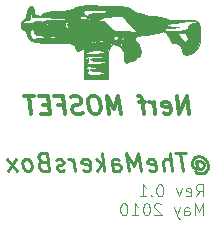
<source format=gbo>
G04 #@! TF.FileFunction,Legend,Bot*
%FSLAX46Y46*%
G04 Gerber Fmt 4.6, Leading zero omitted, Abs format (unit mm)*
G04 Created by KiCad (PCBNEW 4.0.7) date 05/25/19 09:40:29*
%MOMM*%
%LPD*%
G01*
G04 APERTURE LIST*
%ADD10C,0.100000*%
%ADD11C,0.250000*%
%ADD12C,0.375000*%
%ADD13C,0.010000*%
G04 APERTURE END LIST*
D10*
D11*
X56227822Y-85689286D02*
X56290321Y-85617857D01*
X56424250Y-85546429D01*
X56567108Y-85546429D01*
X56718893Y-85617857D01*
X56799250Y-85689286D01*
X56888536Y-85832143D01*
X56906393Y-85975000D01*
X56852821Y-86117857D01*
X56790322Y-86189286D01*
X56656393Y-86260714D01*
X56513535Y-86260714D01*
X56361750Y-86189286D01*
X56281393Y-86117857D01*
X56209965Y-85546429D02*
X56281393Y-86117857D01*
X56218893Y-86189286D01*
X56147465Y-86189286D01*
X55995678Y-86117857D01*
X55906393Y-85975000D01*
X55861750Y-85617857D01*
X55977821Y-85403571D01*
X56174250Y-85260714D01*
X56451036Y-85189286D01*
X56745678Y-85260714D01*
X56977821Y-85403571D01*
X57147464Y-85617857D01*
X57254607Y-85903571D01*
X57218893Y-86189286D01*
X57102821Y-86403571D01*
X56906393Y-86546429D01*
X56629607Y-86617857D01*
X56334965Y-86546429D01*
X56102821Y-86403571D01*
X55343893Y-84903571D02*
X54486750Y-84903571D01*
X55102821Y-86403571D02*
X54915321Y-84903571D01*
X54174250Y-86403571D02*
X53986750Y-84903571D01*
X53531393Y-86403571D02*
X53433179Y-85617857D01*
X53486751Y-85475000D01*
X53620679Y-85403571D01*
X53834964Y-85403571D01*
X53986751Y-85475000D01*
X54067108Y-85546429D01*
X52236751Y-86332143D02*
X52388536Y-86403571D01*
X52674250Y-86403571D01*
X52808179Y-86332143D01*
X52861751Y-86189286D01*
X52790322Y-85617857D01*
X52701036Y-85475000D01*
X52549250Y-85403571D01*
X52263536Y-85403571D01*
X52129608Y-85475000D01*
X52076036Y-85617857D01*
X52093893Y-85760714D01*
X52826036Y-85903571D01*
X51531393Y-86403571D02*
X51343893Y-84903571D01*
X50977822Y-85975000D01*
X50343893Y-84903571D01*
X50531393Y-86403571D01*
X49174250Y-86403571D02*
X49076036Y-85617857D01*
X49129608Y-85475000D01*
X49263536Y-85403571D01*
X49549250Y-85403571D01*
X49701036Y-85475000D01*
X49165322Y-86332143D02*
X49317107Y-86403571D01*
X49674250Y-86403571D01*
X49808179Y-86332143D01*
X49861751Y-86189286D01*
X49843894Y-86046429D01*
X49754607Y-85903571D01*
X49602822Y-85832143D01*
X49245679Y-85832143D01*
X49093893Y-85760714D01*
X48459964Y-86403571D02*
X48272464Y-84903571D01*
X48245679Y-85832143D02*
X47888536Y-86403571D01*
X47763536Y-85403571D02*
X48406393Y-85975000D01*
X46665322Y-86332143D02*
X46817107Y-86403571D01*
X47102821Y-86403571D01*
X47236750Y-86332143D01*
X47290322Y-86189286D01*
X47218893Y-85617857D01*
X47129607Y-85475000D01*
X46977821Y-85403571D01*
X46692107Y-85403571D01*
X46558179Y-85475000D01*
X46504607Y-85617857D01*
X46522464Y-85760714D01*
X47254607Y-85903571D01*
X45959964Y-86403571D02*
X45834964Y-85403571D01*
X45870679Y-85689286D02*
X45781394Y-85546429D01*
X45701036Y-85475000D01*
X45549250Y-85403571D01*
X45406393Y-85403571D01*
X45093894Y-86332143D02*
X44959965Y-86403571D01*
X44674250Y-86403571D01*
X44522465Y-86332143D01*
X44433180Y-86189286D01*
X44424251Y-86117857D01*
X44477822Y-85975000D01*
X44611750Y-85903571D01*
X44826036Y-85903571D01*
X44959965Y-85832143D01*
X45013537Y-85689286D01*
X45004608Y-85617857D01*
X44915322Y-85475000D01*
X44763536Y-85403571D01*
X44549250Y-85403571D01*
X44415322Y-85475000D01*
X43218893Y-85617857D02*
X43013536Y-85689286D01*
X42951036Y-85760714D01*
X42897464Y-85903571D01*
X42924250Y-86117857D01*
X43013536Y-86260714D01*
X43093893Y-86332143D01*
X43245679Y-86403571D01*
X43817107Y-86403571D01*
X43629607Y-84903571D01*
X43129607Y-84903571D01*
X42995679Y-84975000D01*
X42933179Y-85046429D01*
X42879608Y-85189286D01*
X42897465Y-85332143D01*
X42986750Y-85475000D01*
X43067108Y-85546429D01*
X43218893Y-85617857D01*
X43718893Y-85617857D01*
X42102821Y-86403571D02*
X42236751Y-86332143D01*
X42299250Y-86260714D01*
X42352822Y-86117857D01*
X42299251Y-85689286D01*
X42209965Y-85546429D01*
X42129608Y-85475000D01*
X41977821Y-85403571D01*
X41763536Y-85403571D01*
X41629608Y-85475000D01*
X41567108Y-85546429D01*
X41513536Y-85689286D01*
X41567107Y-86117857D01*
X41656393Y-86260714D01*
X41736751Y-86332143D01*
X41888536Y-86403571D01*
X42102821Y-86403571D01*
X41102821Y-86403571D02*
X40192107Y-85403571D01*
X40977821Y-85403571D02*
X40317107Y-86403571D01*
D12*
X55638535Y-81577571D02*
X55451035Y-80077571D01*
X54781392Y-81577571D01*
X54593892Y-80077571D01*
X53486750Y-81506143D02*
X53638535Y-81577571D01*
X53924249Y-81577571D01*
X54058178Y-81506143D01*
X54111750Y-81363286D01*
X54040321Y-80791857D01*
X53951035Y-80649000D01*
X53799249Y-80577571D01*
X53513535Y-80577571D01*
X53379607Y-80649000D01*
X53326035Y-80791857D01*
X53343892Y-80934714D01*
X54076035Y-81077571D01*
X52781392Y-81577571D02*
X52656392Y-80577571D01*
X52692107Y-80863286D02*
X52602822Y-80720429D01*
X52522464Y-80649000D01*
X52370678Y-80577571D01*
X52227821Y-80577571D01*
X51942107Y-80577571D02*
X51370678Y-80577571D01*
X51852821Y-81577571D02*
X51692107Y-80291857D01*
X51602822Y-80149000D01*
X51451035Y-80077571D01*
X51308178Y-80077571D01*
X49852821Y-81577571D02*
X49665321Y-80077571D01*
X49299250Y-81149000D01*
X48665321Y-80077571D01*
X48852821Y-81577571D01*
X47665321Y-80077571D02*
X47379607Y-80077571D01*
X47245678Y-80149000D01*
X47120678Y-80291857D01*
X47084964Y-80577571D01*
X47147464Y-81077571D01*
X47254607Y-81363286D01*
X47415321Y-81506143D01*
X47567107Y-81577571D01*
X47852821Y-81577571D01*
X47986750Y-81506143D01*
X48111750Y-81363286D01*
X48147464Y-81077571D01*
X48084964Y-80577571D01*
X47977821Y-80291857D01*
X47817107Y-80149000D01*
X47665321Y-80077571D01*
X46629607Y-81506143D02*
X46424249Y-81577571D01*
X46067106Y-81577571D01*
X45915321Y-81506143D01*
X45834963Y-81434714D01*
X45745678Y-81291857D01*
X45727821Y-81149000D01*
X45781392Y-81006143D01*
X45843892Y-80934714D01*
X45977821Y-80863286D01*
X46254606Y-80791857D01*
X46388536Y-80720429D01*
X46451035Y-80649000D01*
X46504607Y-80506143D01*
X46486750Y-80363286D01*
X46397464Y-80220429D01*
X46317107Y-80149000D01*
X46165320Y-80077571D01*
X45808178Y-80077571D01*
X45602821Y-80149000D01*
X44540321Y-80791857D02*
X45040321Y-80791857D01*
X45138535Y-81577571D02*
X44951035Y-80077571D01*
X44236749Y-80077571D01*
X43754607Y-80791857D02*
X43254607Y-80791857D01*
X43138535Y-81577571D02*
X43852821Y-81577571D01*
X43665321Y-80077571D01*
X42951035Y-80077571D01*
X42522464Y-80077571D02*
X41665321Y-80077571D01*
X42281392Y-81577571D02*
X42093892Y-80077571D01*
D10*
X56213476Y-88552381D02*
X56546810Y-88076190D01*
X56784905Y-88552381D02*
X56784905Y-87552381D01*
X56403952Y-87552381D01*
X56308714Y-87600000D01*
X56261095Y-87647619D01*
X56213476Y-87742857D01*
X56213476Y-87885714D01*
X56261095Y-87980952D01*
X56308714Y-88028571D01*
X56403952Y-88076190D01*
X56784905Y-88076190D01*
X55403952Y-88504762D02*
X55499190Y-88552381D01*
X55689667Y-88552381D01*
X55784905Y-88504762D01*
X55832524Y-88409524D01*
X55832524Y-88028571D01*
X55784905Y-87933333D01*
X55689667Y-87885714D01*
X55499190Y-87885714D01*
X55403952Y-87933333D01*
X55356333Y-88028571D01*
X55356333Y-88123810D01*
X55832524Y-88219048D01*
X55023000Y-87885714D02*
X54784905Y-88552381D01*
X54546809Y-87885714D01*
X53213476Y-87552381D02*
X53118237Y-87552381D01*
X53022999Y-87600000D01*
X52975380Y-87647619D01*
X52927761Y-87742857D01*
X52880142Y-87933333D01*
X52880142Y-88171429D01*
X52927761Y-88361905D01*
X52975380Y-88457143D01*
X53022999Y-88504762D01*
X53118237Y-88552381D01*
X53213476Y-88552381D01*
X53308714Y-88504762D01*
X53356333Y-88457143D01*
X53403952Y-88361905D01*
X53451571Y-88171429D01*
X53451571Y-87933333D01*
X53403952Y-87742857D01*
X53356333Y-87647619D01*
X53308714Y-87600000D01*
X53213476Y-87552381D01*
X52451571Y-88457143D02*
X52403952Y-88504762D01*
X52451571Y-88552381D01*
X52499190Y-88504762D01*
X52451571Y-88457143D01*
X52451571Y-88552381D01*
X51451571Y-88552381D02*
X52023000Y-88552381D01*
X51737286Y-88552381D02*
X51737286Y-87552381D01*
X51832524Y-87695238D01*
X51927762Y-87790476D01*
X52023000Y-87838095D01*
X56784905Y-90152381D02*
X56784905Y-89152381D01*
X56451571Y-89866667D01*
X56118238Y-89152381D01*
X56118238Y-90152381D01*
X55213476Y-90152381D02*
X55213476Y-89628571D01*
X55261095Y-89533333D01*
X55356333Y-89485714D01*
X55546810Y-89485714D01*
X55642048Y-89533333D01*
X55213476Y-90104762D02*
X55308714Y-90152381D01*
X55546810Y-90152381D01*
X55642048Y-90104762D01*
X55689667Y-90009524D01*
X55689667Y-89914286D01*
X55642048Y-89819048D01*
X55546810Y-89771429D01*
X55308714Y-89771429D01*
X55213476Y-89723810D01*
X54832524Y-89485714D02*
X54594429Y-90152381D01*
X54356333Y-89485714D02*
X54594429Y-90152381D01*
X54689667Y-90390476D01*
X54737286Y-90438095D01*
X54832524Y-90485714D01*
X53261095Y-89247619D02*
X53213476Y-89200000D01*
X53118238Y-89152381D01*
X52880142Y-89152381D01*
X52784904Y-89200000D01*
X52737285Y-89247619D01*
X52689666Y-89342857D01*
X52689666Y-89438095D01*
X52737285Y-89580952D01*
X53308714Y-90152381D01*
X52689666Y-90152381D01*
X52070619Y-89152381D02*
X51975380Y-89152381D01*
X51880142Y-89200000D01*
X51832523Y-89247619D01*
X51784904Y-89342857D01*
X51737285Y-89533333D01*
X51737285Y-89771429D01*
X51784904Y-89961905D01*
X51832523Y-90057143D01*
X51880142Y-90104762D01*
X51975380Y-90152381D01*
X52070619Y-90152381D01*
X52165857Y-90104762D01*
X52213476Y-90057143D01*
X52261095Y-89961905D01*
X52308714Y-89771429D01*
X52308714Y-89533333D01*
X52261095Y-89342857D01*
X52213476Y-89247619D01*
X52165857Y-89200000D01*
X52070619Y-89152381D01*
X50784904Y-90152381D02*
X51356333Y-90152381D01*
X51070619Y-90152381D02*
X51070619Y-89152381D01*
X51165857Y-89295238D01*
X51261095Y-89390476D01*
X51356333Y-89438095D01*
X50165857Y-89152381D02*
X50070618Y-89152381D01*
X49975380Y-89200000D01*
X49927761Y-89247619D01*
X49880142Y-89342857D01*
X49832523Y-89533333D01*
X49832523Y-89771429D01*
X49880142Y-89961905D01*
X49927761Y-90057143D01*
X49975380Y-90104762D01*
X50070618Y-90152381D01*
X50165857Y-90152381D01*
X50261095Y-90104762D01*
X50308714Y-90057143D01*
X50356333Y-89961905D01*
X50403952Y-89771429D01*
X50403952Y-89533333D01*
X50356333Y-89342857D01*
X50308714Y-89247619D01*
X50261095Y-89200000D01*
X50165857Y-89152381D01*
D13*
G36*
X46549308Y-72405901D02*
X46282516Y-72438255D01*
X46107698Y-72492524D01*
X45984392Y-72571884D01*
X45960461Y-72592753D01*
X45753390Y-72719738D01*
X45438287Y-72794839D01*
X44954298Y-72829882D01*
X44713173Y-72835159D01*
X44064018Y-72869544D01*
X43618672Y-72957570D01*
X43390517Y-73063705D01*
X42980643Y-73264573D01*
X42698778Y-73246461D01*
X42545398Y-73009477D01*
X42521297Y-72866250D01*
X42451590Y-72567303D01*
X42293777Y-72458207D01*
X42227500Y-72453500D01*
X42058412Y-72501368D01*
X41970651Y-72687541D01*
X41935087Y-72980180D01*
X41873586Y-73351365D01*
X41739928Y-73534320D01*
X41649337Y-73571540D01*
X41459342Y-73731249D01*
X41387528Y-74008972D01*
X41433955Y-74298003D01*
X41598681Y-74491635D01*
X41648813Y-74510322D01*
X41863541Y-74685962D01*
X41934563Y-74908239D01*
X42034241Y-75189160D01*
X42276772Y-75384066D01*
X42692174Y-75503832D01*
X43310467Y-75559332D01*
X43751500Y-75566400D01*
X44541785Y-75568868D01*
X45114096Y-75581679D01*
X45504408Y-75610001D01*
X45748694Y-75659003D01*
X45882929Y-75733854D01*
X45943086Y-75839723D01*
X45952877Y-75882700D01*
X46067293Y-76200694D01*
X46253180Y-76275357D01*
X46479000Y-76139215D01*
X46592655Y-76044104D01*
X46666616Y-76030341D01*
X46709408Y-76135111D01*
X46729561Y-76395599D01*
X46735602Y-76848988D01*
X46736000Y-77259816D01*
X46736000Y-78613000D01*
X48768000Y-78613000D01*
X48768000Y-77681300D01*
X48704500Y-77681300D01*
X47974250Y-77702650D01*
X47511934Y-77743747D01*
X47284515Y-77816615D01*
X47294860Y-77896381D01*
X47545838Y-77958176D01*
X47942500Y-77978000D01*
X48397096Y-78004195D01*
X48607359Y-78067955D01*
X48575817Y-78147042D01*
X48304995Y-78219220D01*
X47910750Y-78257412D01*
X47357897Y-78273077D01*
X47035042Y-78246708D01*
X46920981Y-78173862D01*
X46981464Y-78062736D01*
X47099223Y-77887262D01*
X47097701Y-77770591D01*
X46990000Y-77787500D01*
X46872634Y-77785197D01*
X46863000Y-77745082D01*
X46924573Y-77626162D01*
X47134151Y-77570075D01*
X47529021Y-77572018D01*
X47942500Y-77606008D01*
X48704500Y-77681300D01*
X48768000Y-77681300D01*
X48768000Y-77325250D01*
X48769798Y-77168440D01*
X48605368Y-77168440D01*
X48589097Y-77240930D01*
X48354538Y-77311435D01*
X47911826Y-77362080D01*
X47783750Y-77368947D01*
X47234545Y-77381810D01*
X46917687Y-77362986D01*
X46840295Y-77313489D01*
X46958250Y-77251529D01*
X47102085Y-77091828D01*
X47117000Y-77007421D01*
X47052642Y-76884331D01*
X46990000Y-76898500D01*
X46872634Y-76896197D01*
X46863000Y-76856082D01*
X46931948Y-76731844D01*
X47161865Y-76677701D01*
X47587365Y-76688914D01*
X47879000Y-76716968D01*
X48577500Y-76793598D01*
X47910750Y-76814299D01*
X47468991Y-76856962D01*
X47271174Y-76932126D01*
X47314219Y-77013157D01*
X47595050Y-77073421D01*
X47942500Y-77089000D01*
X48393214Y-77111839D01*
X48605368Y-77168440D01*
X48769798Y-77168440D01*
X48774988Y-76715930D01*
X48800332Y-76321109D01*
X48573860Y-76321109D01*
X48498814Y-76389922D01*
X48213954Y-76446150D01*
X47787605Y-76479859D01*
X47266217Y-76496947D01*
X46968381Y-76488062D01*
X46864446Y-76447310D01*
X46924758Y-76368797D01*
X46993678Y-76322039D01*
X47229322Y-76249708D01*
X47593487Y-76211526D01*
X47996056Y-76207546D01*
X48346909Y-76237821D01*
X48555929Y-76302405D01*
X48573860Y-76321109D01*
X48800332Y-76321109D01*
X48801078Y-76309495D01*
X48853960Y-76055086D01*
X48941324Y-75901844D01*
X48990250Y-75855332D01*
X49102711Y-75746490D01*
X49053750Y-75753577D01*
X48913125Y-75751231D01*
X48895000Y-75697075D01*
X48990614Y-75613447D01*
X49227290Y-75640604D01*
X49529778Y-75756191D01*
X49822829Y-75937857D01*
X49886488Y-75991604D01*
X50112538Y-76313592D01*
X50143924Y-76670522D01*
X50160946Y-76991697D01*
X50248694Y-77223229D01*
X50372593Y-77307110D01*
X50475661Y-77227065D01*
X50661783Y-77109681D01*
X50800000Y-77089000D01*
X51046679Y-77019074D01*
X51129628Y-76942377D01*
X51145741Y-76856620D01*
X51054001Y-76898499D01*
X50947592Y-76931876D01*
X50979653Y-76852550D01*
X51139537Y-76765140D01*
X51203975Y-76785699D01*
X51379181Y-76798468D01*
X51494889Y-76631944D01*
X51520538Y-76490403D01*
X51033529Y-76490403D01*
X51002628Y-76561377D01*
X50874752Y-76697717D01*
X50801237Y-76669749D01*
X50800000Y-76651995D01*
X50890206Y-76544576D01*
X50946623Y-76505372D01*
X51033529Y-76490403D01*
X51520538Y-76490403D01*
X51545049Y-76355147D01*
X51523611Y-76037096D01*
X51424524Y-75746813D01*
X51381305Y-75692000D01*
X49974500Y-75692000D01*
X49964431Y-75809028D01*
X49918496Y-75819000D01*
X49789169Y-75726809D01*
X49784000Y-75692000D01*
X49827331Y-75568301D01*
X49840005Y-75565000D01*
X49948434Y-75653993D01*
X49974500Y-75692000D01*
X51381305Y-75692000D01*
X51308000Y-75599032D01*
X51068928Y-75341175D01*
X51068855Y-75340555D01*
X48472982Y-75340555D01*
X48413754Y-75418778D01*
X48196004Y-75505800D01*
X48007440Y-75513086D01*
X47997308Y-75501500D01*
X47752000Y-75501500D01*
X47688500Y-75565000D01*
X47625000Y-75501500D01*
X47498000Y-75501500D01*
X47434500Y-75565000D01*
X47371000Y-75501500D01*
X47434500Y-75438000D01*
X47498000Y-75501500D01*
X47625000Y-75501500D01*
X47688500Y-75438000D01*
X47752000Y-75501500D01*
X47997308Y-75501500D01*
X47944437Y-75441044D01*
X47955582Y-75416833D01*
X48120855Y-75332677D01*
X48299246Y-75312944D01*
X48472982Y-75340555D01*
X51068855Y-75340555D01*
X51046242Y-75149711D01*
X51131134Y-75093403D01*
X50144529Y-75093403D01*
X50113628Y-75164377D01*
X49985752Y-75300717D01*
X49912237Y-75272749D01*
X49911000Y-75254995D01*
X50001206Y-75147576D01*
X50057623Y-75108372D01*
X50144529Y-75093403D01*
X51131134Y-75093403D01*
X51163628Y-75071850D01*
X49639927Y-75071850D01*
X49598723Y-75175550D01*
X49414125Y-75305320D01*
X49386724Y-75290658D01*
X44673171Y-75290658D01*
X44618419Y-75242198D01*
X44447625Y-75177223D01*
X44096008Y-75129911D01*
X43636613Y-75109711D01*
X43592750Y-75109546D01*
X43145932Y-75120633D01*
X42818670Y-75150213D01*
X42674087Y-75192206D01*
X42672000Y-75198207D01*
X42570203Y-75242730D01*
X42418000Y-75220798D01*
X42244131Y-75080425D01*
X42159024Y-74837444D01*
X42170471Y-74589875D01*
X42286265Y-74435740D01*
X42354500Y-74422000D01*
X42509917Y-74527386D01*
X42545000Y-74670863D01*
X42569353Y-74795032D01*
X42675861Y-74873232D01*
X42914700Y-74919283D01*
X43336045Y-74947005D01*
X43582528Y-74956613D01*
X44130936Y-74987888D01*
X44467935Y-75040086D01*
X44635832Y-75122039D01*
X44671697Y-75184000D01*
X44673171Y-75290658D01*
X49386724Y-75290658D01*
X49226593Y-75204976D01*
X49211946Y-75183103D01*
X49240251Y-75038642D01*
X49336928Y-74976913D01*
X49567134Y-74951833D01*
X49639927Y-75071850D01*
X51163628Y-75071850D01*
X51250111Y-75014488D01*
X51353855Y-74993500D01*
X49911000Y-74993500D01*
X49847500Y-75057000D01*
X49784000Y-74993500D01*
X49847500Y-74930000D01*
X49911000Y-74993500D01*
X51353855Y-74993500D01*
X51690701Y-74925355D01*
X52014133Y-74894047D01*
X52498753Y-74842428D01*
X52892113Y-74773170D01*
X53118211Y-74700109D01*
X53131991Y-74690531D01*
X53340641Y-74614171D01*
X51244500Y-74614171D01*
X50236416Y-74600308D01*
X49729937Y-74588654D01*
X49404788Y-74554383D01*
X49188307Y-74472899D01*
X49007831Y-74319603D01*
X48959667Y-74264636D01*
X46680918Y-74264636D01*
X46556084Y-74284973D01*
X46534089Y-74281855D01*
X45463368Y-74281855D01*
X45375325Y-74284843D01*
X45339000Y-74273378D01*
X45151922Y-74108348D01*
X42893154Y-74108348D01*
X42867723Y-74159550D01*
X42746624Y-74290850D01*
X42724347Y-74198255D01*
X42755176Y-74099022D01*
X42848676Y-73960713D01*
X42890907Y-73963573D01*
X42893154Y-74108348D01*
X45151922Y-74108348D01*
X45149610Y-74106309D01*
X45107438Y-73998725D01*
X45113818Y-73977500D01*
X44577000Y-73977500D01*
X44513500Y-74041000D01*
X44450000Y-73977500D01*
X43688000Y-73977500D01*
X43624500Y-74041000D01*
X43561000Y-73977500D01*
X43624500Y-73914000D01*
X43688000Y-73977500D01*
X44450000Y-73977500D01*
X44513500Y-73914000D01*
X44577000Y-73977500D01*
X45113818Y-73977500D01*
X45159823Y-73824471D01*
X45297938Y-73797026D01*
X45426096Y-73828424D01*
X45365450Y-73872876D01*
X45264936Y-73962191D01*
X45357852Y-74128241D01*
X45365450Y-74137503D01*
X45463368Y-74281855D01*
X46534089Y-74281855D01*
X46391363Y-74261623D01*
X46391165Y-74257244D01*
X46148705Y-74257244D01*
X45974000Y-74274947D01*
X45793707Y-74254989D01*
X45815250Y-74210890D01*
X46075264Y-74194116D01*
X46132750Y-74210890D01*
X46148705Y-74257244D01*
X46391165Y-74257244D01*
X46389396Y-74218270D01*
X46559372Y-74187953D01*
X46632813Y-74208244D01*
X46680918Y-74264636D01*
X48959667Y-74264636D01*
X48839416Y-74127400D01*
X48632977Y-73897511D01*
X48614323Y-73883636D01*
X46680918Y-73883636D01*
X46556084Y-73903973D01*
X46391363Y-73880623D01*
X46391165Y-73876244D01*
X46148705Y-73876244D01*
X45974000Y-73893947D01*
X45793707Y-73873989D01*
X45815250Y-73829890D01*
X46075264Y-73813116D01*
X46132750Y-73829890D01*
X46148705Y-73876244D01*
X46391165Y-73876244D01*
X46389396Y-73837270D01*
X46559372Y-73806953D01*
X46632813Y-73827244D01*
X46680918Y-73883636D01*
X48614323Y-73883636D01*
X48445996Y-73758433D01*
X48205248Y-73684180D01*
X47837503Y-73648765D01*
X47444693Y-73632427D01*
X46846347Y-73590487D01*
X46822502Y-73585526D01*
X45687860Y-73585526D01*
X45611274Y-73620998D01*
X45330029Y-73641748D01*
X44893157Y-73645540D01*
X44543815Y-73637682D01*
X44018540Y-73630673D01*
X43604026Y-73645072D01*
X43354614Y-73677855D01*
X43306716Y-73706555D01*
X43201570Y-73768985D01*
X42997711Y-73757486D01*
X42692298Y-73750236D01*
X42522114Y-73801144D01*
X42298902Y-73867964D01*
X41993879Y-73886867D01*
X41707637Y-73861372D01*
X41540766Y-73794995D01*
X41529000Y-73766422D01*
X41637801Y-73686387D01*
X41846500Y-73660000D01*
X42039674Y-73636285D01*
X42137336Y-73520924D01*
X42176744Y-73247586D01*
X42185350Y-73056750D01*
X42199593Y-72715221D01*
X42214130Y-72615449D01*
X42236199Y-72745284D01*
X42256924Y-72936591D01*
X42307149Y-73419682D01*
X42965825Y-73415143D01*
X43652890Y-73419287D01*
X44313477Y-73439032D01*
X44897070Y-73471215D01*
X45353149Y-73512674D01*
X45631196Y-73560247D01*
X45687860Y-73585526D01*
X46822502Y-73585526D01*
X46491187Y-73516598D01*
X46386359Y-73437750D01*
X46438663Y-73320043D01*
X46623682Y-73280079D01*
X46830320Y-73324388D01*
X46926500Y-73406000D01*
X47087561Y-73476310D01*
X47418746Y-73522430D01*
X47703491Y-73533000D01*
X48073570Y-73517607D01*
X48302799Y-73477837D01*
X48343421Y-73437750D01*
X48428410Y-73389170D01*
X48707414Y-73352688D01*
X48960546Y-73342500D01*
X48006000Y-73342500D01*
X47942500Y-73406000D01*
X47879000Y-73342500D01*
X47752000Y-73342500D01*
X47688500Y-73406000D01*
X47625000Y-73342500D01*
X47688500Y-73279000D01*
X47752000Y-73342500D01*
X47879000Y-73342500D01*
X47942500Y-73279000D01*
X48006000Y-73342500D01*
X48960546Y-73342500D01*
X49120481Y-73336063D01*
X49129676Y-73335986D01*
X49974500Y-73329473D01*
X51244500Y-74614171D01*
X53340641Y-74614171D01*
X53416738Y-74586322D01*
X53705613Y-74710589D01*
X53968097Y-75040179D01*
X54146216Y-75459891D01*
X54303296Y-75615679D01*
X54452353Y-75609812D01*
X54724844Y-75652586D01*
X54946061Y-75877793D01*
X55049209Y-76214339D01*
X55050399Y-76246327D01*
X55148572Y-76482120D01*
X55391151Y-76574189D01*
X55714216Y-76524121D01*
X56053844Y-76333500D01*
X56179956Y-76218312D01*
X56363628Y-76003452D01*
X56473383Y-75783681D01*
X56530036Y-75483616D01*
X56542834Y-75244238D01*
X55522025Y-75244238D01*
X55477511Y-75351153D01*
X55381430Y-75497908D01*
X55280264Y-75499098D01*
X55113640Y-75333246D01*
X55042323Y-75247500D01*
X54483000Y-75247500D01*
X54419500Y-75311000D01*
X54356000Y-75247500D01*
X54419500Y-75184000D01*
X54483000Y-75247500D01*
X55042323Y-75247500D01*
X54981905Y-75174859D01*
X54711721Y-74845333D01*
X54186667Y-74845333D01*
X54169234Y-74920834D01*
X54102000Y-74930000D01*
X53997465Y-74883532D01*
X54017334Y-74845333D01*
X54168053Y-74830133D01*
X54186667Y-74845333D01*
X54711721Y-74845333D01*
X54624946Y-74739500D01*
X54960460Y-74696854D01*
X55304439Y-74744454D01*
X55507835Y-74947425D01*
X55522025Y-75244238D01*
X56542834Y-75244238D01*
X56554403Y-75027877D01*
X56558577Y-74847206D01*
X56558635Y-74288758D01*
X56504502Y-73919170D01*
X56401175Y-73770768D01*
X56261000Y-73770768D01*
X56152423Y-73878397D01*
X55943500Y-73914000D01*
X55691671Y-73977767D01*
X55626000Y-74097004D01*
X55529721Y-74324772D01*
X55467250Y-74378302D01*
X55209454Y-74474785D01*
X54840201Y-74540028D01*
X54424152Y-74573028D01*
X54025971Y-74572780D01*
X53710319Y-74538283D01*
X53541859Y-74468532D01*
X53539014Y-74408224D01*
X53697292Y-74336743D01*
X54018294Y-74285130D01*
X54204746Y-74272812D01*
X54800500Y-74250624D01*
X54260750Y-74202009D01*
X53878897Y-74144020D01*
X53742343Y-74068681D01*
X53843975Y-73986975D01*
X54176676Y-73909884D01*
X54474941Y-73871381D01*
X54995103Y-73811921D01*
X55503569Y-73745744D01*
X55744941Y-73710057D01*
X56116026Y-73681752D01*
X56258887Y-73753066D01*
X56261000Y-73770768D01*
X56401175Y-73770768D01*
X56354558Y-73703816D01*
X56067182Y-73608069D01*
X55600756Y-73597304D01*
X55089964Y-73625361D01*
X54441808Y-73650127D01*
X54019304Y-73623835D01*
X53799070Y-73545091D01*
X53586164Y-73459022D01*
X53201539Y-73377789D01*
X52727174Y-73318569D01*
X52711838Y-73317264D01*
X52257829Y-73265801D01*
X51912023Y-73201540D01*
X51744412Y-73137747D01*
X51740904Y-73133236D01*
X51650568Y-73088500D01*
X50800000Y-73088500D01*
X50736500Y-73152000D01*
X50673000Y-73088500D01*
X50736500Y-73025000D01*
X50800000Y-73088500D01*
X51650568Y-73088500D01*
X51576765Y-73051952D01*
X51340441Y-73024999D01*
X51015981Y-72940333D01*
X50376667Y-72940333D01*
X50359234Y-73015834D01*
X50292000Y-73025000D01*
X50187465Y-72978532D01*
X50207334Y-72940333D01*
X50358053Y-72925133D01*
X50376667Y-72940333D01*
X51015981Y-72940333D01*
X51011068Y-72939051D01*
X50947728Y-72898000D01*
X48704500Y-72898000D01*
X48637158Y-72972389D01*
X48343834Y-73015756D01*
X48020991Y-73025000D01*
X47602918Y-73044652D01*
X47294998Y-73095634D01*
X47180500Y-73152000D01*
X47003854Y-73272509D01*
X46868277Y-73194333D01*
X45296667Y-73194333D01*
X45279234Y-73269834D01*
X45212000Y-73279000D01*
X45107465Y-73232532D01*
X45116324Y-73215500D01*
X44831000Y-73215500D01*
X44767500Y-73279000D01*
X44704000Y-73215500D01*
X44323000Y-73215500D01*
X44259500Y-73279000D01*
X44196000Y-73215500D01*
X44069000Y-73215500D01*
X44005500Y-73279000D01*
X43942000Y-73215500D01*
X44005500Y-73152000D01*
X44069000Y-73215500D01*
X44196000Y-73215500D01*
X44259500Y-73152000D01*
X44323000Y-73215500D01*
X44704000Y-73215500D01*
X44767500Y-73152000D01*
X44831000Y-73215500D01*
X45116324Y-73215500D01*
X45127334Y-73194333D01*
X45278053Y-73179133D01*
X45296667Y-73194333D01*
X46868277Y-73194333D01*
X46786741Y-73147318D01*
X46752653Y-73108564D01*
X46672089Y-72923378D01*
X46694769Y-72854564D01*
X46868409Y-72803584D01*
X47209642Y-72776695D01*
X47639721Y-72772194D01*
X48079896Y-72788380D01*
X48451418Y-72823550D01*
X48675537Y-72876004D01*
X48704500Y-72898000D01*
X50947728Y-72898000D01*
X50702779Y-72739250D01*
X50695554Y-72733244D01*
X50339705Y-72733244D01*
X50165000Y-72750947D01*
X49984707Y-72730989D01*
X50006250Y-72686890D01*
X50266264Y-72670116D01*
X50323750Y-72686890D01*
X50339705Y-72733244D01*
X50695554Y-72733244D01*
X50574702Y-72632792D01*
X50424075Y-72555232D01*
X50209181Y-72500812D01*
X49888302Y-72463776D01*
X49419720Y-72438368D01*
X48761715Y-72418830D01*
X48306180Y-72408549D01*
X47520675Y-72394226D01*
X46948540Y-72392284D01*
X46549308Y-72405901D01*
X46549308Y-72405901D01*
G37*
X46549308Y-72405901D02*
X46282516Y-72438255D01*
X46107698Y-72492524D01*
X45984392Y-72571884D01*
X45960461Y-72592753D01*
X45753390Y-72719738D01*
X45438287Y-72794839D01*
X44954298Y-72829882D01*
X44713173Y-72835159D01*
X44064018Y-72869544D01*
X43618672Y-72957570D01*
X43390517Y-73063705D01*
X42980643Y-73264573D01*
X42698778Y-73246461D01*
X42545398Y-73009477D01*
X42521297Y-72866250D01*
X42451590Y-72567303D01*
X42293777Y-72458207D01*
X42227500Y-72453500D01*
X42058412Y-72501368D01*
X41970651Y-72687541D01*
X41935087Y-72980180D01*
X41873586Y-73351365D01*
X41739928Y-73534320D01*
X41649337Y-73571540D01*
X41459342Y-73731249D01*
X41387528Y-74008972D01*
X41433955Y-74298003D01*
X41598681Y-74491635D01*
X41648813Y-74510322D01*
X41863541Y-74685962D01*
X41934563Y-74908239D01*
X42034241Y-75189160D01*
X42276772Y-75384066D01*
X42692174Y-75503832D01*
X43310467Y-75559332D01*
X43751500Y-75566400D01*
X44541785Y-75568868D01*
X45114096Y-75581679D01*
X45504408Y-75610001D01*
X45748694Y-75659003D01*
X45882929Y-75733854D01*
X45943086Y-75839723D01*
X45952877Y-75882700D01*
X46067293Y-76200694D01*
X46253180Y-76275357D01*
X46479000Y-76139215D01*
X46592655Y-76044104D01*
X46666616Y-76030341D01*
X46709408Y-76135111D01*
X46729561Y-76395599D01*
X46735602Y-76848988D01*
X46736000Y-77259816D01*
X46736000Y-78613000D01*
X48768000Y-78613000D01*
X48768000Y-77681300D01*
X48704500Y-77681300D01*
X47974250Y-77702650D01*
X47511934Y-77743747D01*
X47284515Y-77816615D01*
X47294860Y-77896381D01*
X47545838Y-77958176D01*
X47942500Y-77978000D01*
X48397096Y-78004195D01*
X48607359Y-78067955D01*
X48575817Y-78147042D01*
X48304995Y-78219220D01*
X47910750Y-78257412D01*
X47357897Y-78273077D01*
X47035042Y-78246708D01*
X46920981Y-78173862D01*
X46981464Y-78062736D01*
X47099223Y-77887262D01*
X47097701Y-77770591D01*
X46990000Y-77787500D01*
X46872634Y-77785197D01*
X46863000Y-77745082D01*
X46924573Y-77626162D01*
X47134151Y-77570075D01*
X47529021Y-77572018D01*
X47942500Y-77606008D01*
X48704500Y-77681300D01*
X48768000Y-77681300D01*
X48768000Y-77325250D01*
X48769798Y-77168440D01*
X48605368Y-77168440D01*
X48589097Y-77240930D01*
X48354538Y-77311435D01*
X47911826Y-77362080D01*
X47783750Y-77368947D01*
X47234545Y-77381810D01*
X46917687Y-77362986D01*
X46840295Y-77313489D01*
X46958250Y-77251529D01*
X47102085Y-77091828D01*
X47117000Y-77007421D01*
X47052642Y-76884331D01*
X46990000Y-76898500D01*
X46872634Y-76896197D01*
X46863000Y-76856082D01*
X46931948Y-76731844D01*
X47161865Y-76677701D01*
X47587365Y-76688914D01*
X47879000Y-76716968D01*
X48577500Y-76793598D01*
X47910750Y-76814299D01*
X47468991Y-76856962D01*
X47271174Y-76932126D01*
X47314219Y-77013157D01*
X47595050Y-77073421D01*
X47942500Y-77089000D01*
X48393214Y-77111839D01*
X48605368Y-77168440D01*
X48769798Y-77168440D01*
X48774988Y-76715930D01*
X48800332Y-76321109D01*
X48573860Y-76321109D01*
X48498814Y-76389922D01*
X48213954Y-76446150D01*
X47787605Y-76479859D01*
X47266217Y-76496947D01*
X46968381Y-76488062D01*
X46864446Y-76447310D01*
X46924758Y-76368797D01*
X46993678Y-76322039D01*
X47229322Y-76249708D01*
X47593487Y-76211526D01*
X47996056Y-76207546D01*
X48346909Y-76237821D01*
X48555929Y-76302405D01*
X48573860Y-76321109D01*
X48800332Y-76321109D01*
X48801078Y-76309495D01*
X48853960Y-76055086D01*
X48941324Y-75901844D01*
X48990250Y-75855332D01*
X49102711Y-75746490D01*
X49053750Y-75753577D01*
X48913125Y-75751231D01*
X48895000Y-75697075D01*
X48990614Y-75613447D01*
X49227290Y-75640604D01*
X49529778Y-75756191D01*
X49822829Y-75937857D01*
X49886488Y-75991604D01*
X50112538Y-76313592D01*
X50143924Y-76670522D01*
X50160946Y-76991697D01*
X50248694Y-77223229D01*
X50372593Y-77307110D01*
X50475661Y-77227065D01*
X50661783Y-77109681D01*
X50800000Y-77089000D01*
X51046679Y-77019074D01*
X51129628Y-76942377D01*
X51145741Y-76856620D01*
X51054001Y-76898499D01*
X50947592Y-76931876D01*
X50979653Y-76852550D01*
X51139537Y-76765140D01*
X51203975Y-76785699D01*
X51379181Y-76798468D01*
X51494889Y-76631944D01*
X51520538Y-76490403D01*
X51033529Y-76490403D01*
X51002628Y-76561377D01*
X50874752Y-76697717D01*
X50801237Y-76669749D01*
X50800000Y-76651995D01*
X50890206Y-76544576D01*
X50946623Y-76505372D01*
X51033529Y-76490403D01*
X51520538Y-76490403D01*
X51545049Y-76355147D01*
X51523611Y-76037096D01*
X51424524Y-75746813D01*
X51381305Y-75692000D01*
X49974500Y-75692000D01*
X49964431Y-75809028D01*
X49918496Y-75819000D01*
X49789169Y-75726809D01*
X49784000Y-75692000D01*
X49827331Y-75568301D01*
X49840005Y-75565000D01*
X49948434Y-75653993D01*
X49974500Y-75692000D01*
X51381305Y-75692000D01*
X51308000Y-75599032D01*
X51068928Y-75341175D01*
X51068855Y-75340555D01*
X48472982Y-75340555D01*
X48413754Y-75418778D01*
X48196004Y-75505800D01*
X48007440Y-75513086D01*
X47997308Y-75501500D01*
X47752000Y-75501500D01*
X47688500Y-75565000D01*
X47625000Y-75501500D01*
X47498000Y-75501500D01*
X47434500Y-75565000D01*
X47371000Y-75501500D01*
X47434500Y-75438000D01*
X47498000Y-75501500D01*
X47625000Y-75501500D01*
X47688500Y-75438000D01*
X47752000Y-75501500D01*
X47997308Y-75501500D01*
X47944437Y-75441044D01*
X47955582Y-75416833D01*
X48120855Y-75332677D01*
X48299246Y-75312944D01*
X48472982Y-75340555D01*
X51068855Y-75340555D01*
X51046242Y-75149711D01*
X51131134Y-75093403D01*
X50144529Y-75093403D01*
X50113628Y-75164377D01*
X49985752Y-75300717D01*
X49912237Y-75272749D01*
X49911000Y-75254995D01*
X50001206Y-75147576D01*
X50057623Y-75108372D01*
X50144529Y-75093403D01*
X51131134Y-75093403D01*
X51163628Y-75071850D01*
X49639927Y-75071850D01*
X49598723Y-75175550D01*
X49414125Y-75305320D01*
X49386724Y-75290658D01*
X44673171Y-75290658D01*
X44618419Y-75242198D01*
X44447625Y-75177223D01*
X44096008Y-75129911D01*
X43636613Y-75109711D01*
X43592750Y-75109546D01*
X43145932Y-75120633D01*
X42818670Y-75150213D01*
X42674087Y-75192206D01*
X42672000Y-75198207D01*
X42570203Y-75242730D01*
X42418000Y-75220798D01*
X42244131Y-75080425D01*
X42159024Y-74837444D01*
X42170471Y-74589875D01*
X42286265Y-74435740D01*
X42354500Y-74422000D01*
X42509917Y-74527386D01*
X42545000Y-74670863D01*
X42569353Y-74795032D01*
X42675861Y-74873232D01*
X42914700Y-74919283D01*
X43336045Y-74947005D01*
X43582528Y-74956613D01*
X44130936Y-74987888D01*
X44467935Y-75040086D01*
X44635832Y-75122039D01*
X44671697Y-75184000D01*
X44673171Y-75290658D01*
X49386724Y-75290658D01*
X49226593Y-75204976D01*
X49211946Y-75183103D01*
X49240251Y-75038642D01*
X49336928Y-74976913D01*
X49567134Y-74951833D01*
X49639927Y-75071850D01*
X51163628Y-75071850D01*
X51250111Y-75014488D01*
X51353855Y-74993500D01*
X49911000Y-74993500D01*
X49847500Y-75057000D01*
X49784000Y-74993500D01*
X49847500Y-74930000D01*
X49911000Y-74993500D01*
X51353855Y-74993500D01*
X51690701Y-74925355D01*
X52014133Y-74894047D01*
X52498753Y-74842428D01*
X52892113Y-74773170D01*
X53118211Y-74700109D01*
X53131991Y-74690531D01*
X53340641Y-74614171D01*
X51244500Y-74614171D01*
X50236416Y-74600308D01*
X49729937Y-74588654D01*
X49404788Y-74554383D01*
X49188307Y-74472899D01*
X49007831Y-74319603D01*
X48959667Y-74264636D01*
X46680918Y-74264636D01*
X46556084Y-74284973D01*
X46534089Y-74281855D01*
X45463368Y-74281855D01*
X45375325Y-74284843D01*
X45339000Y-74273378D01*
X45151922Y-74108348D01*
X42893154Y-74108348D01*
X42867723Y-74159550D01*
X42746624Y-74290850D01*
X42724347Y-74198255D01*
X42755176Y-74099022D01*
X42848676Y-73960713D01*
X42890907Y-73963573D01*
X42893154Y-74108348D01*
X45151922Y-74108348D01*
X45149610Y-74106309D01*
X45107438Y-73998725D01*
X45113818Y-73977500D01*
X44577000Y-73977500D01*
X44513500Y-74041000D01*
X44450000Y-73977500D01*
X43688000Y-73977500D01*
X43624500Y-74041000D01*
X43561000Y-73977500D01*
X43624500Y-73914000D01*
X43688000Y-73977500D01*
X44450000Y-73977500D01*
X44513500Y-73914000D01*
X44577000Y-73977500D01*
X45113818Y-73977500D01*
X45159823Y-73824471D01*
X45297938Y-73797026D01*
X45426096Y-73828424D01*
X45365450Y-73872876D01*
X45264936Y-73962191D01*
X45357852Y-74128241D01*
X45365450Y-74137503D01*
X45463368Y-74281855D01*
X46534089Y-74281855D01*
X46391363Y-74261623D01*
X46391165Y-74257244D01*
X46148705Y-74257244D01*
X45974000Y-74274947D01*
X45793707Y-74254989D01*
X45815250Y-74210890D01*
X46075264Y-74194116D01*
X46132750Y-74210890D01*
X46148705Y-74257244D01*
X46391165Y-74257244D01*
X46389396Y-74218270D01*
X46559372Y-74187953D01*
X46632813Y-74208244D01*
X46680918Y-74264636D01*
X48959667Y-74264636D01*
X48839416Y-74127400D01*
X48632977Y-73897511D01*
X48614323Y-73883636D01*
X46680918Y-73883636D01*
X46556084Y-73903973D01*
X46391363Y-73880623D01*
X46391165Y-73876244D01*
X46148705Y-73876244D01*
X45974000Y-73893947D01*
X45793707Y-73873989D01*
X45815250Y-73829890D01*
X46075264Y-73813116D01*
X46132750Y-73829890D01*
X46148705Y-73876244D01*
X46391165Y-73876244D01*
X46389396Y-73837270D01*
X46559372Y-73806953D01*
X46632813Y-73827244D01*
X46680918Y-73883636D01*
X48614323Y-73883636D01*
X48445996Y-73758433D01*
X48205248Y-73684180D01*
X47837503Y-73648765D01*
X47444693Y-73632427D01*
X46846347Y-73590487D01*
X46822502Y-73585526D01*
X45687860Y-73585526D01*
X45611274Y-73620998D01*
X45330029Y-73641748D01*
X44893157Y-73645540D01*
X44543815Y-73637682D01*
X44018540Y-73630673D01*
X43604026Y-73645072D01*
X43354614Y-73677855D01*
X43306716Y-73706555D01*
X43201570Y-73768985D01*
X42997711Y-73757486D01*
X42692298Y-73750236D01*
X42522114Y-73801144D01*
X42298902Y-73867964D01*
X41993879Y-73886867D01*
X41707637Y-73861372D01*
X41540766Y-73794995D01*
X41529000Y-73766422D01*
X41637801Y-73686387D01*
X41846500Y-73660000D01*
X42039674Y-73636285D01*
X42137336Y-73520924D01*
X42176744Y-73247586D01*
X42185350Y-73056750D01*
X42199593Y-72715221D01*
X42214130Y-72615449D01*
X42236199Y-72745284D01*
X42256924Y-72936591D01*
X42307149Y-73419682D01*
X42965825Y-73415143D01*
X43652890Y-73419287D01*
X44313477Y-73439032D01*
X44897070Y-73471215D01*
X45353149Y-73512674D01*
X45631196Y-73560247D01*
X45687860Y-73585526D01*
X46822502Y-73585526D01*
X46491187Y-73516598D01*
X46386359Y-73437750D01*
X46438663Y-73320043D01*
X46623682Y-73280079D01*
X46830320Y-73324388D01*
X46926500Y-73406000D01*
X47087561Y-73476310D01*
X47418746Y-73522430D01*
X47703491Y-73533000D01*
X48073570Y-73517607D01*
X48302799Y-73477837D01*
X48343421Y-73437750D01*
X48428410Y-73389170D01*
X48707414Y-73352688D01*
X48960546Y-73342500D01*
X48006000Y-73342500D01*
X47942500Y-73406000D01*
X47879000Y-73342500D01*
X47752000Y-73342500D01*
X47688500Y-73406000D01*
X47625000Y-73342500D01*
X47688500Y-73279000D01*
X47752000Y-73342500D01*
X47879000Y-73342500D01*
X47942500Y-73279000D01*
X48006000Y-73342500D01*
X48960546Y-73342500D01*
X49120481Y-73336063D01*
X49129676Y-73335986D01*
X49974500Y-73329473D01*
X51244500Y-74614171D01*
X53340641Y-74614171D01*
X53416738Y-74586322D01*
X53705613Y-74710589D01*
X53968097Y-75040179D01*
X54146216Y-75459891D01*
X54303296Y-75615679D01*
X54452353Y-75609812D01*
X54724844Y-75652586D01*
X54946061Y-75877793D01*
X55049209Y-76214339D01*
X55050399Y-76246327D01*
X55148572Y-76482120D01*
X55391151Y-76574189D01*
X55714216Y-76524121D01*
X56053844Y-76333500D01*
X56179956Y-76218312D01*
X56363628Y-76003452D01*
X56473383Y-75783681D01*
X56530036Y-75483616D01*
X56542834Y-75244238D01*
X55522025Y-75244238D01*
X55477511Y-75351153D01*
X55381430Y-75497908D01*
X55280264Y-75499098D01*
X55113640Y-75333246D01*
X55042323Y-75247500D01*
X54483000Y-75247500D01*
X54419500Y-75311000D01*
X54356000Y-75247500D01*
X54419500Y-75184000D01*
X54483000Y-75247500D01*
X55042323Y-75247500D01*
X54981905Y-75174859D01*
X54711721Y-74845333D01*
X54186667Y-74845333D01*
X54169234Y-74920834D01*
X54102000Y-74930000D01*
X53997465Y-74883532D01*
X54017334Y-74845333D01*
X54168053Y-74830133D01*
X54186667Y-74845333D01*
X54711721Y-74845333D01*
X54624946Y-74739500D01*
X54960460Y-74696854D01*
X55304439Y-74744454D01*
X55507835Y-74947425D01*
X55522025Y-75244238D01*
X56542834Y-75244238D01*
X56554403Y-75027877D01*
X56558577Y-74847206D01*
X56558635Y-74288758D01*
X56504502Y-73919170D01*
X56401175Y-73770768D01*
X56261000Y-73770768D01*
X56152423Y-73878397D01*
X55943500Y-73914000D01*
X55691671Y-73977767D01*
X55626000Y-74097004D01*
X55529721Y-74324772D01*
X55467250Y-74378302D01*
X55209454Y-74474785D01*
X54840201Y-74540028D01*
X54424152Y-74573028D01*
X54025971Y-74572780D01*
X53710319Y-74538283D01*
X53541859Y-74468532D01*
X53539014Y-74408224D01*
X53697292Y-74336743D01*
X54018294Y-74285130D01*
X54204746Y-74272812D01*
X54800500Y-74250624D01*
X54260750Y-74202009D01*
X53878897Y-74144020D01*
X53742343Y-74068681D01*
X53843975Y-73986975D01*
X54176676Y-73909884D01*
X54474941Y-73871381D01*
X54995103Y-73811921D01*
X55503569Y-73745744D01*
X55744941Y-73710057D01*
X56116026Y-73681752D01*
X56258887Y-73753066D01*
X56261000Y-73770768D01*
X56401175Y-73770768D01*
X56354558Y-73703816D01*
X56067182Y-73608069D01*
X55600756Y-73597304D01*
X55089964Y-73625361D01*
X54441808Y-73650127D01*
X54019304Y-73623835D01*
X53799070Y-73545091D01*
X53586164Y-73459022D01*
X53201539Y-73377789D01*
X52727174Y-73318569D01*
X52711838Y-73317264D01*
X52257829Y-73265801D01*
X51912023Y-73201540D01*
X51744412Y-73137747D01*
X51740904Y-73133236D01*
X51650568Y-73088500D01*
X50800000Y-73088500D01*
X50736500Y-73152000D01*
X50673000Y-73088500D01*
X50736500Y-73025000D01*
X50800000Y-73088500D01*
X51650568Y-73088500D01*
X51576765Y-73051952D01*
X51340441Y-73024999D01*
X51015981Y-72940333D01*
X50376667Y-72940333D01*
X50359234Y-73015834D01*
X50292000Y-73025000D01*
X50187465Y-72978532D01*
X50207334Y-72940333D01*
X50358053Y-72925133D01*
X50376667Y-72940333D01*
X51015981Y-72940333D01*
X51011068Y-72939051D01*
X50947728Y-72898000D01*
X48704500Y-72898000D01*
X48637158Y-72972389D01*
X48343834Y-73015756D01*
X48020991Y-73025000D01*
X47602918Y-73044652D01*
X47294998Y-73095634D01*
X47180500Y-73152000D01*
X47003854Y-73272509D01*
X46868277Y-73194333D01*
X45296667Y-73194333D01*
X45279234Y-73269834D01*
X45212000Y-73279000D01*
X45107465Y-73232532D01*
X45116324Y-73215500D01*
X44831000Y-73215500D01*
X44767500Y-73279000D01*
X44704000Y-73215500D01*
X44323000Y-73215500D01*
X44259500Y-73279000D01*
X44196000Y-73215500D01*
X44069000Y-73215500D01*
X44005500Y-73279000D01*
X43942000Y-73215500D01*
X44005500Y-73152000D01*
X44069000Y-73215500D01*
X44196000Y-73215500D01*
X44259500Y-73152000D01*
X44323000Y-73215500D01*
X44704000Y-73215500D01*
X44767500Y-73152000D01*
X44831000Y-73215500D01*
X45116324Y-73215500D01*
X45127334Y-73194333D01*
X45278053Y-73179133D01*
X45296667Y-73194333D01*
X46868277Y-73194333D01*
X46786741Y-73147318D01*
X46752653Y-73108564D01*
X46672089Y-72923378D01*
X46694769Y-72854564D01*
X46868409Y-72803584D01*
X47209642Y-72776695D01*
X47639721Y-72772194D01*
X48079896Y-72788380D01*
X48451418Y-72823550D01*
X48675537Y-72876004D01*
X48704500Y-72898000D01*
X50947728Y-72898000D01*
X50702779Y-72739250D01*
X50695554Y-72733244D01*
X50339705Y-72733244D01*
X50165000Y-72750947D01*
X49984707Y-72730989D01*
X50006250Y-72686890D01*
X50266264Y-72670116D01*
X50323750Y-72686890D01*
X50339705Y-72733244D01*
X50695554Y-72733244D01*
X50574702Y-72632792D01*
X50424075Y-72555232D01*
X50209181Y-72500812D01*
X49888302Y-72463776D01*
X49419720Y-72438368D01*
X48761715Y-72418830D01*
X48306180Y-72408549D01*
X47520675Y-72394226D01*
X46948540Y-72392284D01*
X46549308Y-72405901D01*
M02*

</source>
